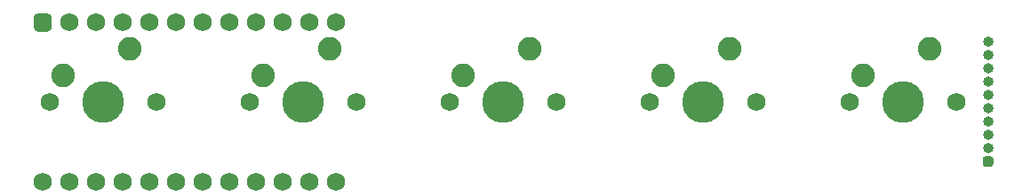
<source format=gbr>
%TF.GenerationSoftware,KiCad,Pcbnew,5.99.0+really5.1.10+dfsg1-1*%
%TF.CreationDate,2021-05-25T04:06:56-04:00*%
%TF.ProjectId,5x1,3578312e-6b69-4636-9164-5f7063625858,rev?*%
%TF.SameCoordinates,Original*%
%TF.FileFunction,Soldermask,Bot*%
%TF.FilePolarity,Negative*%
%FSLAX46Y46*%
G04 Gerber Fmt 4.6, Leading zero omitted, Abs format (unit mm)*
G04 Created by KiCad (PCBNEW 5.99.0+really5.1.10+dfsg1-1) date 2021-05-25 04:06:56*
%MOMM*%
%LPD*%
G01*
G04 APERTURE LIST*
%ADD10C,2.250000*%
%ADD11C,3.987800*%
%ADD12C,1.750000*%
%ADD13O,1.000000X1.000000*%
%ADD14C,1.752600*%
G04 APERTURE END LIST*
D10*
%TO.C,MX_4*%
X86995000Y-4445000D03*
D11*
X84455000Y-9525000D03*
D10*
X80645000Y-6985000D03*
D12*
X79375000Y-9525000D03*
X89535000Y-9525000D03*
%TD*%
D13*
%TO.C,J1*%
X92583000Y-3746500D03*
X92583000Y-5016500D03*
X92583000Y-6286500D03*
X92583000Y-7556500D03*
X92583000Y-8826500D03*
X92583000Y-10096500D03*
X92583000Y-11366500D03*
X92583000Y-12636500D03*
X92583000Y-13906500D03*
G36*
G01*
X93083000Y-14926500D02*
X93083000Y-15426500D01*
G75*
G02*
X92833000Y-15676500I-250000J0D01*
G01*
X92333000Y-15676500D01*
G75*
G02*
X92083000Y-15426500I0J250000D01*
G01*
X92083000Y-14926500D01*
G75*
G02*
X92333000Y-14676500I250000J0D01*
G01*
X92833000Y-14676500D01*
G75*
G02*
X93083000Y-14926500I0J-250000D01*
G01*
G37*
%TD*%
D10*
%TO.C,MX_3*%
X67945000Y-4445000D03*
D11*
X65405000Y-9525000D03*
D10*
X61595000Y-6985000D03*
D12*
X60325000Y-9525000D03*
X70485000Y-9525000D03*
%TD*%
D10*
%TO.C,MX_2*%
X48895000Y-4445000D03*
D11*
X46355000Y-9525000D03*
D10*
X42545000Y-6985000D03*
D12*
X41275000Y-9525000D03*
X51435000Y-9525000D03*
%TD*%
D10*
%TO.C,MX_0*%
X10795000Y-4445000D03*
D11*
X8255000Y-9525000D03*
D10*
X4445000Y-6985000D03*
D12*
X3175000Y-9525000D03*
X13335000Y-9525000D03*
%TD*%
D10*
%TO.C,MX_1*%
X29845000Y-4445000D03*
D11*
X27305000Y-9525000D03*
D10*
X23495000Y-6985000D03*
D12*
X22225000Y-9525000D03*
X32385000Y-9525000D03*
%TD*%
D14*
%TO.C,U1*%
X2540000Y-17145000D03*
X30480000Y-1905000D03*
X5080000Y-17145000D03*
X7620000Y-17145000D03*
X10160000Y-17145000D03*
X12700000Y-17145000D03*
X15240000Y-17145000D03*
X17780000Y-17145000D03*
X20320000Y-17145000D03*
X22860000Y-17145000D03*
X25400000Y-17145000D03*
X27940000Y-17145000D03*
X30480000Y-17145000D03*
X27940000Y-1905000D03*
X25400000Y-1905000D03*
X22860000Y-1905000D03*
X20320000Y-1905000D03*
X17780000Y-1905000D03*
X15240000Y-1905000D03*
X12700000Y-1905000D03*
X10160000Y-1905000D03*
X7620000Y-1905000D03*
X5080000Y-1905000D03*
G36*
G01*
X1663700Y-2343150D02*
X1663700Y-1466850D01*
G75*
G02*
X2101850Y-1028700I438150J0D01*
G01*
X2978150Y-1028700D01*
G75*
G02*
X3416300Y-1466850I0J-438150D01*
G01*
X3416300Y-2343150D01*
G75*
G02*
X2978150Y-2781300I-438150J0D01*
G01*
X2101850Y-2781300D01*
G75*
G02*
X1663700Y-2343150I0J438150D01*
G01*
G37*
%TD*%
M02*

</source>
